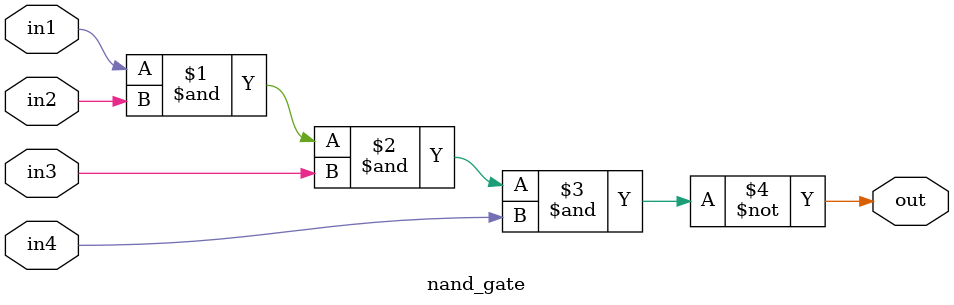
<source format=sv>
module top_module (
    input a,
    input b,
    input c,
    input d,
    output out
);

    // Declare intermediate signals
    wire w1, w2, w3, w4;
    
    // Implement the logic gates
    xor_gate gate1 (w1, a, ~c);
    and_gate gate2 (w2, ~b, ~c, d);
    or_gate gate3 (w3, a, b, ~d);
    nand_gate gate4 (w4, ~a, ~b, ~c);
    
    // Implement the final logic
    and_gate final_gate (out, w1, w2, w3, w4);

endmodule
module xor_gate (
    output out,
    input in1,
    input in2
);
    assign out = in1 ^ in2;
endmodule
module and_gate (
    output out,
    input in1,
    input in2,
    input in3,
    input in4
);
    assign out = in1 & in2 & in3 & in4;
endmodule
module or_gate (
    output out,
    input in1,
    input in2,
    input in3,
    input in4
);
    assign out = in1 | in2 | in3 | in4;
endmodule
module nand_gate (
    output out,
    input in1,
    input in2,
    input in3,
    input in4
);
    assign out = ~(in1 & in2 & in3 & in4);
endmodule

</source>
